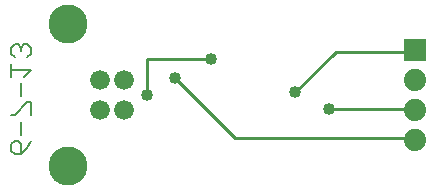
<source format=gbl>
G75*
G70*
%OFA0B0*%
%FSLAX24Y24*%
%IPPOS*%
%LPD*%
%AMOC8*
5,1,8,0,0,1.08239X$1,22.5*
%
%ADD10C,0.0060*%
%ADD11C,0.0660*%
%ADD12C,0.1300*%
%ADD13R,0.0740X0.0740*%
%ADD14C,0.0740*%
%ADD15C,0.0100*%
%ADD16C,0.0400*%
D10*
X002198Y004130D02*
X002091Y004237D01*
X002091Y004450D01*
X002198Y004557D01*
X002305Y004557D01*
X002412Y004450D01*
X002412Y004130D01*
X002198Y004130D01*
X002412Y004130D02*
X002625Y004344D01*
X002732Y004557D01*
X002412Y004775D02*
X002412Y005202D01*
X002198Y005419D02*
X002091Y005419D01*
X002198Y005419D02*
X002625Y005846D01*
X002732Y005846D01*
X002732Y005419D01*
X002412Y006064D02*
X002412Y006491D01*
X002518Y006708D02*
X002732Y006922D01*
X002091Y006922D01*
X002091Y007135D02*
X002091Y006708D01*
X002198Y007353D02*
X002091Y007460D01*
X002091Y007673D01*
X002198Y007780D01*
X002305Y007780D01*
X002412Y007673D01*
X002412Y007566D01*
X002412Y007673D02*
X002518Y007780D01*
X002625Y007780D01*
X002732Y007673D01*
X002732Y007460D01*
X002625Y007353D01*
D11*
X005061Y006592D03*
X005841Y006592D03*
X005841Y005608D03*
X005061Y005608D03*
D12*
X003991Y003730D03*
X003991Y008470D03*
D13*
X015561Y007600D03*
D14*
X015561Y006600D03*
X015561Y005600D03*
X015561Y004600D03*
D15*
X015561Y004660D01*
X009561Y004660D01*
X007561Y006660D01*
X006601Y006100D02*
X006601Y007300D01*
X008761Y007300D01*
X011561Y006180D02*
X012921Y007540D01*
X015561Y007540D01*
X015561Y007600D01*
X015561Y005620D02*
X015561Y005600D01*
X015561Y005620D02*
X012681Y005620D01*
D16*
X012681Y005620D03*
X011561Y006180D03*
X008761Y007300D03*
X007561Y006660D03*
X006601Y006100D03*
M02*

</source>
